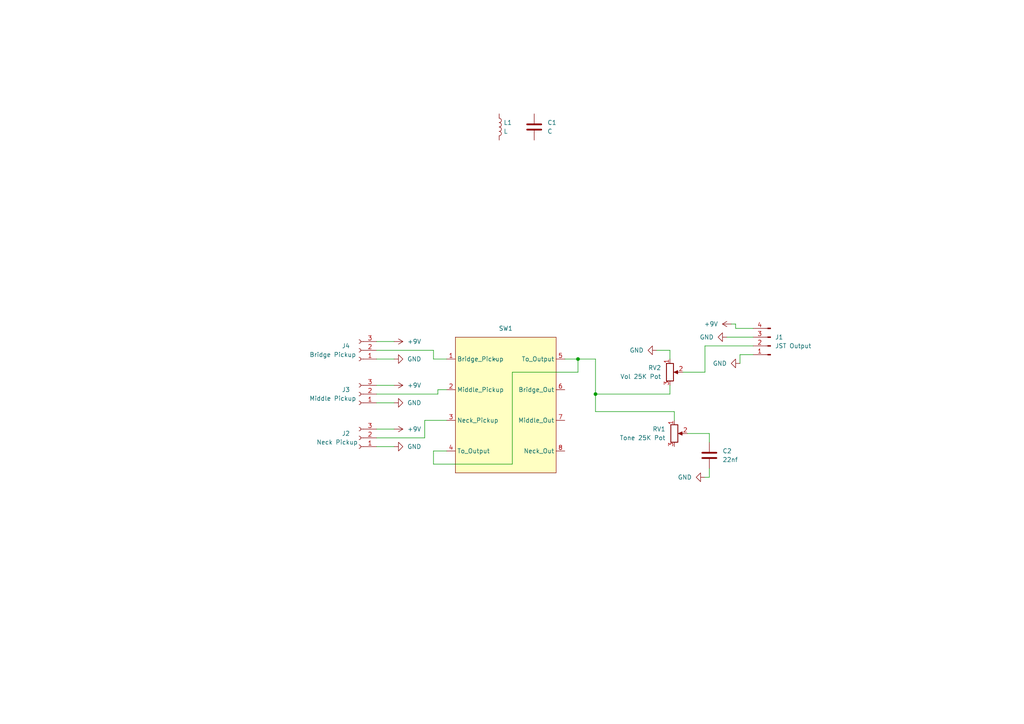
<source format=kicad_sch>
(kicad_sch (version 20230121) (generator eeschema)
  (paper "A4")
  (lib_symbols
    (symbol "Connector:Conn_01x03_Socket" (pin_names (offset 1.016) hide)
      (property "Reference" "J" (at 0 5.08 0))
      (property "Value" "Conn_01x03_Socket" (at 0 -5.08 0))
      (symbol "Conn_01x03_Socket_1_1"
        (arc (start 0 -2.032) (mid -0.5058 -2.54) (end 0 -3.048) (stroke (width 0.1524)))
        (polyline (pts (xy -1.27 -2.54) (xy -0.508 -2.54)) (stroke (width 0.1524)))
        (polyline (pts (xy -1.27 0) (xy -0.508 0)) (stroke (width 0.1524)))
        (polyline (pts (xy -1.27 2.54) (xy -0.508 2.54)) (stroke (width 0.1524)))
        (arc (start 0 0.508) (mid -0.5058 0) (end 0 -0.508) (stroke (width 0.1524)))
        (arc (start 0 3.048) (mid -0.5058 2.54) (end 0 2.032) (stroke (width 0.1524)))
        (pin passive line (at -5.08 2.54 0) (length 3.81) (name "Pin_1") (number "1"))
        (pin passive line (at -5.08 0 0) (length 3.81) (name "Pin_2") (number "2"))
        (pin passive line (at -5.08 -2.54 0) (length 3.81) (name "Pin_3") (number "3"))
      )
    )
    (symbol "Connector:Conn_01x04_Pin" (pin_names (offset 1.016) hide)
      (property "Reference" "J" (at 0 5.08 0))
      (property "Value" "Conn_01x04_Pin" (at 0 -7.62 0))
      (symbol "Conn_01x04_Pin_1_1"
        (polyline (pts (xy 1.27 -5.08) (xy 0.8636 -5.08)) (stroke (width 0.1524)))
        (polyline (pts (xy 1.27 -2.54) (xy 0.8636 -2.54)) (stroke (width 0.1524)))
        (polyline (pts (xy 1.27 0) (xy 0.8636 0)) (stroke (width 0.1524)))
        (polyline (pts (xy 1.27 2.54) (xy 0.8636 2.54)) (stroke (width 0.1524)))
        (rectangle (start 0.8636 -4.953) (end 0 -5.207) (stroke (width 0.1524)) (fill (type outline)))
        (rectangle (start 0.8636 -2.413) (end 0 -2.667) (stroke (width 0.1524)) (fill (type outline)))
        (rectangle (start 0.8636 0.127) (end 0 -0.127) (stroke (width 0.1524)) (fill (type outline)))
        (rectangle (start 0.8636 2.667) (end 0 2.413) (stroke (width 0.1524)) (fill (type outline)))
        (pin passive line (at 5.08 2.54 180) (length 3.81) (name "Pin_1") (number "1"))
        (pin passive line (at 5.08 0 180) (length 3.81) (name "Pin_2") (number "2"))
        (pin passive line (at 5.08 -2.54 180) (length 3.81) (name "Pin_3") (number "3"))
        (pin passive line (at 5.08 -5.08 180) (length 3.81) (name "Pin_4") (number "4"))
      )
    )
    (symbol "Device:C" (pin_numbers hide) (pin_names (offset 0.254))
      (property "Reference" "C" (at 0.635 2.54 0))
      (property "Value" "C" (at 0.635 -2.54 0))
      (symbol "C_0_1"
        (polyline (pts (xy -2.032 -0.762) (xy 2.032 -0.762)) (stroke (width 0.508)))
        (polyline (pts (xy -2.032 0.762) (xy 2.032 0.762)) (stroke (width 0.508)))
      )
      (symbol "C_1_1"
        (pin passive line (at 0 3.81 270) (length 2.794) (name "~") (number "1"))
        (pin passive line (at 0 -3.81 90) (length 2.794) (name "~") (number "2"))
      )
    )
    (symbol "Device:L" (pin_numbers hide) (pin_names (offset 1.016) hide)
      (property "Reference" "L" (at -1.27 0 90))
      (property "Value" "L" (at 1.905 0 90))
      (symbol "L_0_1"
        (arc (start 0 -2.54) (mid 0.6323 -1.905) (end 0 -1.27))
        (arc (start 0 -1.27) (mid 0.6323 -0.635) (end 0 0))
        (arc (start 0 0) (mid 0.6323 0.635) (end 0 1.27))
        (arc (start 0 1.27) (mid 0.6323 1.905) (end 0 2.54))
      )
      (symbol "L_1_1"
        (pin passive line (at 0 3.81 270) (length 1.27) (name "1") (number "1"))
        (pin passive line (at 0 -3.81 90) (length 1.27) (name "2") (number "2"))
      )
    )
    (symbol "Device:R_Potentiometer" (pin_names (offset 1.016) hide)
      (property "Reference" "RV" (at -4.445 0 90))
      (property "Value" "R_Potentiometer" (at -2.54 0 90))
      (symbol "R_Potentiometer_0_1"
        (polyline (pts (xy 2.54 0) (xy 1.524 0)))
        (polyline (pts (xy 1.143 0) (xy 2.286 0.508) (xy 2.286 -0.508) (xy 1.143 0)) (fill (type outline)))
        (rectangle (start 1.016 2.54) (end -1.016 -2.54) (stroke (width 0.254)))
      )
      (symbol "R_Potentiometer_1_1"
        (pin passive line (at 0 3.81 270) (length 1.27) (name "1") (number "1"))
        (pin passive line (at 3.81 0 180) (length 1.27) (name "2") (number "2"))
        (pin passive line (at 0 -3.81 90) (length 1.27) (name "3") (number "3"))
      )
    )
    (symbol "Guitar Mk1:DP5T_Selector_SW"
      (property "Reference" "SW" (at 3.81 3.81 0))
      (symbol "DP5T_Selector_SW_0_0"
        (pin unspecified line (at -13.97 0 0) (length 2.54) (name "Bridge_Pickup") (number "1"))
        (pin unspecified line (at -13.97 -8.89 0) (length 2.54) (name "Middle_Pickup") (number "2"))
        (pin unspecified line (at -13.97 -17.78 0) (length 2.54) (name "Neck_Pickup") (number "3"))
        (pin unspecified line (at -13.97 -26.67 0) (length 2.54) (name "To_Output") (number "4"))
        (pin unspecified line (at 20.32 0 180) (length 2.54) (name "To_Output") (number "5"))
        (pin unspecified line (at 20.32 -8.89 180) (length 2.54) (name "Bridge_Out") (number "6"))
        (pin unspecified line (at 20.32 -17.78 180) (length 2.54) (name "Middle_Out") (number "7"))
        (pin unspecified line (at 20.32 -26.67 180) (length 2.54) (name "Neck_Out") (number "8"))
      )
      (symbol "DP5T_Selector_SW_1_1"
        (rectangle (start -11.43 6.35) (end 17.78 -33.02) (fill (type background)))
      )
    )
    (symbol "power:+9V" (power) (pin_names (offset 0))
      (property "Value" "+9V" (at 0 3.556 0))
      (symbol "+9V_0_1"
        (polyline (pts (xy -0.762 1.27) (xy 0 2.54)))
        (polyline (pts (xy 0 0) (xy 0 2.54)))
        (polyline (pts (xy 0 2.54) (xy 0.762 1.27)))
      )
      (symbol "+9V_1_1"
        (pin power_in line (at 0 0 90) (length 0) hide (name "+9V") (number "1"))
      )
    )
    (symbol "power:GND" (power) (pin_names (offset 0))
      (property "Value" "GND" (at 0 -3.81 0))
      (symbol "GND_0_1"
        (polyline (pts (xy 0 0) (xy 0 -1.27) (xy 1.27 -1.27) (xy 0 -2.54) (xy -1.27 -1.27) (xy 0 -1.27)))
      )
      (symbol "GND_1_1"
        (pin power_in line (at 0 0 270) (length 0) hide (name "GND") (number "1"))
      )
    )
  )
  (junction (at 172.72 114.3))
  (junction (at 167.64 104.14))
  (wire (pts (xy 109.22 99.06) (xy 114.3 99.06)))
  (wire (pts (xy 167.64 104.14) (xy 163.83 104.14)))
  (wire (pts (xy 205.74 135.89) (xy 205.74 138.43)))
  (wire (pts (xy 194.31 104.14) (xy 194.31 101.6)))
  (wire (pts (xy 204.47 107.95) (xy 204.47 100.33)))
  (wire (pts (xy 194.31 111.76) (xy 194.31 114.3)))
  (wire (pts (xy 123.19 127) (xy 123.19 121.92)))
  (wire (pts (xy 172.72 104.14) (xy 172.72 114.3)))
  (wire (pts (xy 109.22 111.76) (xy 114.3 111.76)))
  (wire (pts (xy 172.72 114.3) (xy 194.31 114.3)))
  (wire (pts (xy 109.22 127) (xy 123.19 127)))
  (wire (pts (xy 109.22 114.3) (xy 127 114.3)))
  (wire (pts (xy 109.22 124.46) (xy 114.3 124.46)))
  (wire (pts (xy 125.73 104.14) (xy 129.54 104.14)))
  (wire (pts (xy 172.72 114.3) (xy 172.72 119.38)))
  (wire (pts (xy 109.22 104.14) (xy 114.3 104.14)))
  (wire (pts (xy 210.82 97.79) (xy 218.44 97.79)))
  (wire (pts (xy 195.58 119.38) (xy 195.58 121.92)))
  (wire (pts (xy 205.74 125.73) (xy 205.74 128.27)))
  (wire (pts (xy 109.22 129.54) (xy 114.3 129.54)))
  (wire (pts (xy 218.44 102.87) (xy 214.63 102.87)))
  (wire (pts (xy 127 114.3) (xy 127 113.03)))
  (wire (pts (xy 214.63 102.87) (xy 214.63 105.41)))
  (wire (pts (xy 109.22 116.84) (xy 114.3 116.84)))
  (wire (pts (xy 127 113.03) (xy 129.54 113.03)))
  (wire (pts (xy 204.47 100.33) (xy 218.44 100.33)))
  (wire (pts (xy 125.73 130.81) (xy 129.54 130.81)))
  (wire (pts (xy 213.36 93.98) (xy 213.36 95.25)))
  (wire (pts (xy 109.22 101.6) (xy 125.73 101.6)))
  (wire (pts (xy 167.64 107.95) (xy 167.64 104.14)))
  (wire (pts (xy 123.19 121.92) (xy 129.54 121.92)))
  (wire (pts (xy 205.74 138.43) (xy 204.47 138.43)))
  (wire (pts (xy 198.12 107.95) (xy 204.47 107.95)))
  (wire (pts (xy 167.64 104.14) (xy 172.72 104.14)))
  (wire (pts (xy 148.59 107.95) (xy 167.64 107.95)))
  (wire (pts (xy 190.5 101.6) (xy 194.31 101.6)))
  (wire (pts (xy 199.39 125.73) (xy 205.74 125.73)))
  (wire (pts (xy 125.73 134.62) (xy 148.59 134.62)))
  (wire (pts (xy 125.73 101.6) (xy 125.73 104.14)))
  (wire (pts (xy 148.59 134.62) (xy 148.59 107.95)))
  (wire (pts (xy 213.36 95.25) (xy 218.44 95.25)))
  (wire (pts (xy 172.72 119.38) (xy 195.58 119.38)))
  (wire (pts (xy 125.73 130.81) (xy 125.73 134.62)))
  (wire (pts (xy 212.09 93.98) (xy 213.36 93.98)))
  (symbol (lib_id "power:GND") (at 214.63 105.41 270) (unit 1)
    (property "Reference" "#PWR011" (effects hide))
    (property "Value" "GND" (at 210.82 105.41 90) (effects (justify right)))
  )
  (symbol (lib_id "Guitar Mk1:DP5T_Selector_SW") (at 143.51 104.14 0) (unit 1)
    (property "Reference" "SW1" (at 146.685 95.25 0))
    (property "Value" "~" (at 143.51 104.14 0))
  )
  (symbol (lib_id "Device:C") (at 205.74 132.08 0) (unit 1)
    (property "Reference" "C2" (at 209.55 130.81 0) (effects (justify left)))
    (property "Value" "22nf" (at 209.55 133.35 0) (effects (justify left)))
  )
  (symbol (lib_id "Connector:Conn_01x04_Pin") (at 223.52 100.33 180) (unit 1)
    (property "Reference" "J1" (at 224.79 97.79 0) (effects (justify right)))
    (property "Value" "JST Output" (at 224.79 100.33 0) (effects (justify right)))
  )
  (symbol (lib_id "Connector:Conn_01x03_Socket") (at 104.14 114.3 180) (unit 1)
    (property "Reference" "J3" (at 100.33 113.03 0))
    (property "Value" "Middle Pickup" (at 96.52 115.57 0))
  )
  (symbol (lib_id "Device:C") (at 154.94 36.83 0) (unit 1)
    (property "Reference" "C1" (at 158.75 35.56 0) (effects (justify left)))
    (property "Value" "C" (at 158.75 38.1 0) (effects (justify left)))
  )
  (symbol (lib_id "power:GND") (at 210.82 97.79 270) (unit 1)
    (property "Reference" "#PWR05" (effects hide))
    (property "Value" "GND" (at 207.01 97.79 90) (effects (justify right)))
  )
  (symbol (lib_id "Connector:Conn_01x03_Socket") (at 104.14 127 180) (unit 1)
    (property "Reference" "J2" (at 100.33 125.73 0))
    (property "Value" "Neck Pickup" (at 97.79 128.27 0))
  )
  (symbol (lib_id "power:+9V") (at 114.3 111.76 270) (unit 1)
    (property "Reference" "#PWR03" (effects hide))
    (property "Value" "+9V" (at 118.11 111.76 90) (effects (justify left)))
  )
  (symbol (lib_id "Connector:Conn_01x03_Socket") (at 104.14 101.6 180) (unit 1)
    (property "Reference" "J4" (at 100.33 100.33 0))
    (property "Value" "Bridge Pickup" (at 96.52 102.87 0))
  )
  (symbol (lib_id "power:GND") (at 204.47 138.43 270) (unit 1)
    (property "Reference" "#PWR010" (effects hide))
    (property "Value" "GND" (at 200.66 138.43 90) (effects (justify right)))
  )
  (symbol (lib_id "power:+9V") (at 114.3 124.46 270) (unit 1)
    (property "Reference" "#PWR04" (effects hide))
    (property "Value" "+9V" (at 118.11 124.46 90) (effects (justify left)))
  )
  (symbol (lib_id "Device:L") (at 144.78 36.83 0) (unit 1)
    (property "Reference" "L1" (at 146.05 35.56 0) (effects (justify left)))
    (property "Value" "L" (at 146.05 38.1 0) (effects (justify left)))
  )
  (symbol (lib_id "power:GND") (at 190.5 101.6 270) (unit 1)
    (property "Reference" "#PWR09" (effects hide))
    (property "Value" "GND" (at 186.69 101.6 90) (effects (justify right)))
  )
  (symbol (lib_id "Device:R_Potentiometer") (at 194.31 107.95 0) (unit 1)
    (property "Reference" "RV2" (at 191.77 106.68 0) (effects (justify right)))
    (property "Value" "Vol 25K Pot" (at 191.77 109.22 0) (effects (justify right)))
  )
  (symbol (lib_id "Device:R_Potentiometer") (at 195.58 125.73 0) (unit 1)
    (property "Reference" "RV1" (at 193.04 124.46 0) (effects (justify right)))
    (property "Value" "Tone 25K Pot" (at 193.04 127 0) (effects (justify right)))
  )
  (symbol (lib_id "power:GND") (at 114.3 129.54 90) (unit 1)
    (property "Reference" "#PWR08" (effects hide))
    (property "Value" "GND" (at 118.11 129.54 90) (effects (justify right)))
  )
  (symbol (lib_id "power:GND") (at 114.3 104.14 90) (unit 1)
    (property "Reference" "#PWR06" (effects hide))
    (property "Value" "GND" (at 118.11 104.14 90) (effects (justify right)))
  )
  (symbol (lib_id "power:+9V") (at 114.3 99.06 270) (unit 1)
    (property "Reference" "#PWR02" (effects hide))
    (property "Value" "+9V" (at 118.11 99.06 90) (effects (justify left)))
  )
  (symbol (lib_id "power:+9V") (at 212.09 93.98 90) (unit 1)
    (property "Reference" "#PWR01" (effects hide))
    (property "Value" "+9V" (at 208.28 93.98 90) (effects (justify left)))
  )
  (symbol (lib_id "power:GND") (at 114.3 116.84 90) (unit 1)
    (property "Reference" "#PWR07" (effects hide))
    (property "Value" "GND" (at 118.11 116.84 90) (effects (justify right)))
  )
)
</source>
